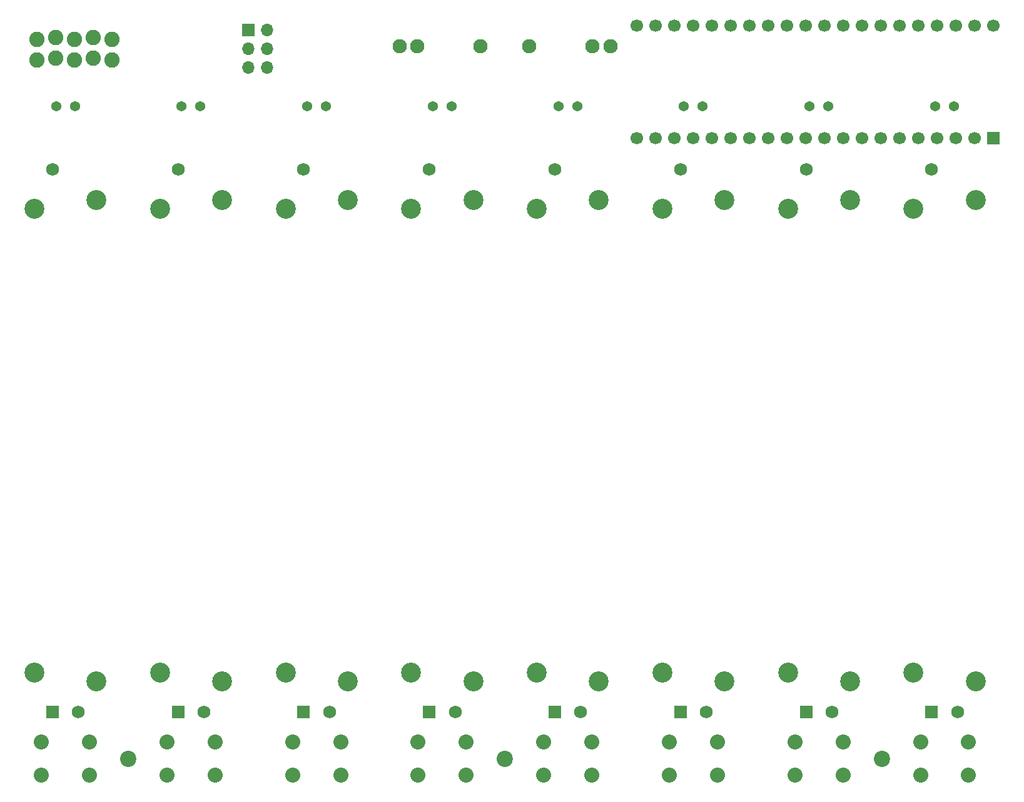
<source format=gbs>
G04 #@! TF.GenerationSoftware,KiCad,Pcbnew,7.0.8*
G04 #@! TF.CreationDate,2024-09-22T21:35:00-04:00*
G04 #@! TF.ProjectId,lichen-freddie-board,6c696368-656e-42d6-9672-65646469652d,1.0*
G04 #@! TF.SameCoordinates,Original*
G04 #@! TF.FileFunction,Soldermask,Bot*
G04 #@! TF.FilePolarity,Negative*
%FSLAX46Y46*%
G04 Gerber Fmt 4.6, Leading zero omitted, Abs format (unit mm)*
G04 Created by KiCad (PCBNEW 7.0.8) date 2024-09-22 21:35:00*
%MOMM*%
%LPD*%
G01*
G04 APERTURE LIST*
%ADD10C,2.200000*%
%ADD11R,1.750000X1.750000*%
%ADD12C,1.750000*%
%ADD13C,2.700000*%
%ADD14C,1.371600*%
%ADD15C,2.032000*%
%ADD16R,1.700000X1.700000*%
%ADD17O,1.700000X1.700000*%
%ADD18C,1.930400*%
%ADD19C,1.700000*%
%ADD20C,2.082800*%
G04 APERTURE END LIST*
D10*
X170950000Y-212577000D03*
D11*
X177700000Y-206258000D03*
D12*
X181200000Y-206258000D03*
X177700000Y-132758000D03*
D13*
X183650000Y-202108000D03*
X175250000Y-200908000D03*
X175250000Y-138108000D03*
X183650000Y-136908000D03*
D11*
X194700000Y-206258000D03*
D12*
X198200000Y-206258000D03*
X194700000Y-132758000D03*
D13*
X200650000Y-202108000D03*
X192250000Y-200908000D03*
X192250000Y-138108000D03*
X200650000Y-136908000D03*
D14*
X127180000Y-124234000D03*
X129720000Y-124234000D03*
D15*
X159198800Y-210316400D03*
X165701200Y-210316400D03*
X159198800Y-214837600D03*
X165701200Y-214837600D03*
X210198800Y-210316400D03*
X216701200Y-210316400D03*
X210198800Y-214837600D03*
X216701200Y-214837600D03*
D11*
X126700000Y-206258000D03*
D12*
X130200000Y-206258000D03*
X126700000Y-132758000D03*
D13*
X132650000Y-202108000D03*
X124250000Y-200908000D03*
X124250000Y-138108000D03*
X132650000Y-136908000D03*
D11*
X143700000Y-206258000D03*
D12*
X147200000Y-206258000D03*
X143700000Y-132758000D03*
D13*
X149650000Y-202108000D03*
X141250000Y-200908000D03*
X141250000Y-138108000D03*
X149650000Y-136908000D03*
D15*
X108198800Y-210316400D03*
X114701200Y-210316400D03*
X108198800Y-214837600D03*
X114701200Y-214837600D03*
X176198800Y-210316400D03*
X182701200Y-210316400D03*
X176198800Y-214837600D03*
X182701200Y-214837600D03*
D11*
X228700000Y-206258000D03*
D12*
X232200000Y-206258000D03*
X228700000Y-132758000D03*
D13*
X234650000Y-202108000D03*
X226250000Y-200908000D03*
X226250000Y-138108000D03*
X234650000Y-136908000D03*
D14*
X229180000Y-124234000D03*
X231720000Y-124234000D03*
X195180000Y-124234000D03*
X197720000Y-124234000D03*
D10*
X221950000Y-212577000D03*
D15*
X193198800Y-210316400D03*
X199701200Y-210316400D03*
X193198800Y-214837600D03*
X199701200Y-214837600D03*
X142198800Y-210316400D03*
X148701200Y-210316400D03*
X142198800Y-214837600D03*
X148701200Y-214837600D03*
D11*
X109700000Y-206258000D03*
D12*
X113200000Y-206258000D03*
X109700000Y-132758000D03*
D13*
X115650000Y-202108000D03*
X107250000Y-200908000D03*
X107250000Y-138108000D03*
X115650000Y-136908000D03*
D14*
X110180000Y-124234000D03*
X112720000Y-124234000D03*
X161180000Y-124234000D03*
X163720000Y-124234000D03*
D16*
X136180000Y-113870000D03*
D17*
X138720000Y-113870000D03*
X136180000Y-116410000D03*
X138720000Y-116410000D03*
X136180000Y-118950000D03*
X138720000Y-118950000D03*
D14*
X212180000Y-124234000D03*
X214720000Y-124234000D03*
D18*
X174243000Y-116108000D03*
X185215800Y-116108000D03*
X182802800Y-116108000D03*
D11*
X160700000Y-206258000D03*
D12*
X164200000Y-206258000D03*
X160700000Y-132758000D03*
D13*
X166650000Y-202108000D03*
X158250000Y-200908000D03*
X158250000Y-138108000D03*
X166650000Y-136908000D03*
D14*
X144180000Y-124234000D03*
X146720000Y-124234000D03*
D11*
X211700000Y-206258000D03*
D12*
X215200000Y-206258000D03*
X211700000Y-132758000D03*
D13*
X217650000Y-202108000D03*
X209250000Y-200908000D03*
X209250000Y-138108000D03*
X217650000Y-136908000D03*
D15*
X227198800Y-210316400D03*
X233701200Y-210316400D03*
X227198800Y-214837600D03*
X233701200Y-214837600D03*
D18*
X167657000Y-116108000D03*
X156684200Y-116108000D03*
X159097200Y-116108000D03*
D14*
X178180000Y-124234000D03*
X180720000Y-124234000D03*
D15*
X125198800Y-210316400D03*
X131701200Y-210316400D03*
X125198800Y-214837600D03*
X131701200Y-214837600D03*
D10*
X119950000Y-212577000D03*
D16*
X237040000Y-128510000D03*
D19*
X234500000Y-128510000D03*
X231960000Y-128510000D03*
X229420000Y-128510000D03*
X226880000Y-128510000D03*
X224340000Y-128510000D03*
X221800000Y-128510000D03*
X219260000Y-128510000D03*
X216720000Y-128510000D03*
X214180000Y-128510000D03*
X211640000Y-128510000D03*
X209100000Y-128510000D03*
X206560000Y-128510000D03*
X204020000Y-128510000D03*
X201480000Y-128510000D03*
X198940000Y-128510000D03*
X196400000Y-128510000D03*
X193860000Y-128510000D03*
X191320000Y-128510000D03*
X188780000Y-128510000D03*
X188780000Y-113270000D03*
X191320000Y-113270000D03*
X193860000Y-113270000D03*
X196400000Y-113270000D03*
X198940000Y-113270000D03*
X201480000Y-113270000D03*
X204020000Y-113270000D03*
X206560000Y-113270000D03*
X209100000Y-113270000D03*
X211640000Y-113270000D03*
X214180000Y-113270000D03*
X216720000Y-113270000D03*
X219260000Y-113270000D03*
X221800000Y-113270000D03*
X224340000Y-113270000D03*
X226880000Y-113270000D03*
X229420000Y-113270000D03*
X231960000Y-113270000D03*
X234500000Y-113270000D03*
X237040000Y-113270000D03*
D20*
X117770000Y-117930000D03*
X117770000Y-115136000D03*
X115230000Y-117726800D03*
X115230000Y-114932800D03*
X112690000Y-117930000D03*
X112690000Y-115136000D03*
X110150000Y-117726800D03*
X110150000Y-114932800D03*
X107610000Y-117930000D03*
X107610000Y-115136000D03*
M02*

</source>
